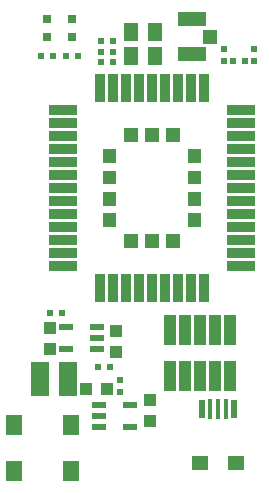
<source format=gbr>
G04 #@! TF.GenerationSoftware,KiCad,Pcbnew,5.99.0-unknown-846397c~100~ubuntu18.04.1*
G04 #@! TF.CreationDate,2019-10-21T11:33:44+03:00*
G04 #@! TF.ProjectId,NB-IoT-DevKit_Rev_C,4e422d49-6f54-42d4-9465-764b69745f52,C*
G04 #@! TF.SameCoordinates,Original*
G04 #@! TF.FileFunction,Paste,Top*
G04 #@! TF.FilePolarity,Positive*
%FSLAX46Y46*%
G04 Gerber Fmt 4.6, Leading zero omitted, Abs format (unit mm)*
G04 Created by KiCad (PCBNEW 5.99.0-unknown-846397c~100~ubuntu18.04.1) date 2019-10-21 11:33:44*
%MOMM*%
%LPD*%
G04 APERTURE LIST*
%ADD10R,0.500000X1.650000*%
%ADD11R,0.396120X1.721120*%
%ADD12R,1.354000X1.254000*%
%ADD13R,1.327000X1.754000*%
%ADD14R,1.014000X2.654000*%
%ADD15R,1.202400X1.202400*%
%ADD16R,2.352400X1.202400*%
%ADD17R,1.600000X3.000000*%
%ADD18R,1.016000X1.016000*%
%ADD19R,0.550000X0.500000*%
%ADD20R,1.270000X1.524000*%
%ADD21R,0.500000X0.550000*%
%ADD22R,0.800000X0.800000*%
%ADD23R,1.200000X0.550000*%
G04 APERTURE END LIST*
D10*
X147710500Y-94894000D03*
D11*
X148448000Y-94894000D03*
X149098000Y-94894000D03*
X149748000Y-94894000D03*
D10*
X150485500Y-94894000D03*
D12*
X147598000Y-99444000D03*
X150598000Y-99444000D03*
D13*
X136629000Y-96266000D03*
X131849000Y-96266000D03*
G36*
X137176200Y-69173800D02*
G01*
X137176200Y-70026200D01*
X134773800Y-70026200D01*
X134773800Y-69173800D01*
X137176200Y-69173800D01*
G37*
G36*
X137176200Y-70273800D02*
G01*
X137176200Y-71126200D01*
X134773800Y-71126200D01*
X134773800Y-70273800D01*
X137176200Y-70273800D01*
G37*
G36*
X137176200Y-71373800D02*
G01*
X137176200Y-72226200D01*
X134773800Y-72226200D01*
X134773800Y-71373800D01*
X137176200Y-71373800D01*
G37*
G36*
X137176200Y-72473800D02*
G01*
X137176200Y-73326200D01*
X134773800Y-73326200D01*
X134773800Y-72473800D01*
X137176200Y-72473800D01*
G37*
G36*
X137176200Y-73573800D02*
G01*
X137176200Y-74426200D01*
X134773800Y-74426200D01*
X134773800Y-73573800D01*
X137176200Y-73573800D01*
G37*
G36*
X137176200Y-74673800D02*
G01*
X137176200Y-75526200D01*
X134773800Y-75526200D01*
X134773800Y-74673800D01*
X137176200Y-74673800D01*
G37*
G36*
X139536200Y-68926200D02*
G01*
X138683800Y-68926200D01*
X138683800Y-66523800D01*
X139536200Y-66523800D01*
X139536200Y-68926200D01*
G37*
G36*
X140636200Y-68926200D02*
G01*
X139783800Y-68926200D01*
X139783800Y-66523800D01*
X140636200Y-66523800D01*
X140636200Y-68926200D01*
G37*
G36*
X141736200Y-68926200D02*
G01*
X140883800Y-68926200D01*
X140883800Y-66523800D01*
X141736200Y-66523800D01*
X141736200Y-68926200D01*
G37*
G36*
X142836200Y-68926200D02*
G01*
X141983800Y-68926200D01*
X141983800Y-66523800D01*
X142836200Y-66523800D01*
X142836200Y-68926200D01*
G37*
G36*
X143936200Y-68926200D02*
G01*
X143083800Y-68926200D01*
X143083800Y-66523800D01*
X143936200Y-66523800D01*
X143936200Y-68926200D01*
G37*
G36*
X145036200Y-68926200D02*
G01*
X144183800Y-68926200D01*
X144183800Y-66523800D01*
X145036200Y-66523800D01*
X145036200Y-68926200D01*
G37*
G36*
X146136200Y-68926200D02*
G01*
X145283800Y-68926200D01*
X145283800Y-66523800D01*
X146136200Y-66523800D01*
X146136200Y-68926200D01*
G37*
G36*
X147236200Y-68926200D02*
G01*
X146383800Y-68926200D01*
X146383800Y-66523800D01*
X147236200Y-66523800D01*
X147236200Y-68926200D01*
G37*
G36*
X148336200Y-68926200D02*
G01*
X147483800Y-68926200D01*
X147483800Y-66523800D01*
X148336200Y-66523800D01*
X148336200Y-68926200D01*
G37*
G36*
X149843800Y-70026200D02*
G01*
X149843800Y-69173800D01*
X152246200Y-69173800D01*
X152246200Y-70026200D01*
X149843800Y-70026200D01*
G37*
G36*
X149843800Y-71126200D02*
G01*
X149843800Y-70273800D01*
X152246200Y-70273800D01*
X152246200Y-71126200D01*
X149843800Y-71126200D01*
G37*
G36*
X149843800Y-72226200D02*
G01*
X149843800Y-71373800D01*
X152246200Y-71373800D01*
X152246200Y-72226200D01*
X149843800Y-72226200D01*
G37*
G36*
X149843800Y-73326200D02*
G01*
X149843800Y-72473800D01*
X152246200Y-72473800D01*
X152246200Y-73326200D01*
X149843800Y-73326200D01*
G37*
G36*
X149843800Y-74426200D02*
G01*
X149843800Y-73573800D01*
X152246200Y-73573800D01*
X152246200Y-74426200D01*
X149843800Y-74426200D01*
G37*
G36*
X149843800Y-75526200D02*
G01*
X149843800Y-74673800D01*
X152246200Y-74673800D01*
X152246200Y-75526200D01*
X149843800Y-75526200D01*
G37*
G36*
X149843800Y-76626200D02*
G01*
X149843800Y-75773800D01*
X152246200Y-75773800D01*
X152246200Y-76626200D01*
X149843800Y-76626200D01*
G37*
G36*
X149843800Y-77726200D02*
G01*
X149843800Y-76873800D01*
X152246200Y-76873800D01*
X152246200Y-77726200D01*
X149843800Y-77726200D01*
G37*
G36*
X149843800Y-78826200D02*
G01*
X149843800Y-77973800D01*
X152246200Y-77973800D01*
X152246200Y-78826200D01*
X149843800Y-78826200D01*
G37*
G36*
X149843800Y-79926200D02*
G01*
X149843800Y-79073800D01*
X152246200Y-79073800D01*
X152246200Y-79926200D01*
X149843800Y-79926200D01*
G37*
G36*
X149843800Y-81026200D02*
G01*
X149843800Y-80173800D01*
X152246200Y-80173800D01*
X152246200Y-81026200D01*
X149843800Y-81026200D01*
G37*
G36*
X149843800Y-82126200D02*
G01*
X149843800Y-81273800D01*
X152246200Y-81273800D01*
X152246200Y-82126200D01*
X149843800Y-82126200D01*
G37*
G36*
X149843800Y-83226200D02*
G01*
X149843800Y-82373800D01*
X152246200Y-82373800D01*
X152246200Y-83226200D01*
X149843800Y-83226200D01*
G37*
G36*
X148336200Y-85876200D02*
G01*
X147483800Y-85876200D01*
X147483800Y-83473800D01*
X148336200Y-83473800D01*
X148336200Y-85876200D01*
G37*
G36*
X147236200Y-85876200D02*
G01*
X146383800Y-85876200D01*
X146383800Y-83473800D01*
X147236200Y-83473800D01*
X147236200Y-85876200D01*
G37*
G36*
X146136200Y-85876200D02*
G01*
X145283800Y-85876200D01*
X145283800Y-83473800D01*
X146136200Y-83473800D01*
X146136200Y-85876200D01*
G37*
G36*
X145036200Y-85876200D02*
G01*
X144183800Y-85876200D01*
X144183800Y-83473800D01*
X145036200Y-83473800D01*
X145036200Y-85876200D01*
G37*
G36*
X143936200Y-85876200D02*
G01*
X143083800Y-85876200D01*
X143083800Y-83473800D01*
X143936200Y-83473800D01*
X143936200Y-85876200D01*
G37*
G36*
X142836200Y-85876200D02*
G01*
X141983800Y-85876200D01*
X141983800Y-83473800D01*
X142836200Y-83473800D01*
X142836200Y-85876200D01*
G37*
G36*
X141736200Y-85876200D02*
G01*
X140883800Y-85876200D01*
X140883800Y-83473800D01*
X141736200Y-83473800D01*
X141736200Y-85876200D01*
G37*
G36*
X134773800Y-76626200D02*
G01*
X134773800Y-75773800D01*
X137176200Y-75773800D01*
X137176200Y-76626200D01*
X134773800Y-76626200D01*
G37*
G36*
X134773800Y-77726200D02*
G01*
X134773800Y-76873800D01*
X137176200Y-76873800D01*
X137176200Y-77726200D01*
X134773800Y-77726200D01*
G37*
G36*
X134773800Y-78826200D02*
G01*
X134773800Y-77973800D01*
X137176200Y-77973800D01*
X137176200Y-78826200D01*
X134773800Y-78826200D01*
G37*
G36*
X134773800Y-79926200D02*
G01*
X134773800Y-79073800D01*
X137176200Y-79073800D01*
X137176200Y-79926200D01*
X134773800Y-79926200D01*
G37*
G36*
X134773800Y-81026200D02*
G01*
X134773800Y-80173800D01*
X137176200Y-80173800D01*
X137176200Y-81026200D01*
X134773800Y-81026200D01*
G37*
G36*
X134773800Y-82126200D02*
G01*
X134773800Y-81273800D01*
X137176200Y-81273800D01*
X137176200Y-82126200D01*
X134773800Y-82126200D01*
G37*
G36*
X134773800Y-83226200D02*
G01*
X134773800Y-82373800D01*
X137176200Y-82373800D01*
X137176200Y-83226200D01*
X134773800Y-83226200D01*
G37*
G36*
X139536200Y-85876200D02*
G01*
X138683800Y-85876200D01*
X138683800Y-83473800D01*
X139536200Y-83473800D01*
X139536200Y-85876200D01*
G37*
G36*
X140636200Y-85876200D02*
G01*
X139783800Y-85876200D01*
X139783800Y-83473800D01*
X140636200Y-83473800D01*
X140636200Y-85876200D01*
G37*
G36*
X140486200Y-72923800D02*
G01*
X140486200Y-74076200D01*
X139333800Y-74076200D01*
X139333800Y-72923800D01*
X140486200Y-72923800D01*
G37*
G36*
X140486200Y-74723800D02*
G01*
X140486200Y-75876200D01*
X139333800Y-75876200D01*
X139333800Y-74723800D01*
X140486200Y-74723800D01*
G37*
G36*
X140486200Y-76523800D02*
G01*
X140486200Y-77676200D01*
X139333800Y-77676200D01*
X139333800Y-76523800D01*
X140486200Y-76523800D01*
G37*
G36*
X140486200Y-78323800D02*
G01*
X140486200Y-79476200D01*
X139333800Y-79476200D01*
X139333800Y-78323800D01*
X140486200Y-78323800D01*
G37*
G36*
X142286200Y-80123800D02*
G01*
X142286200Y-81276200D01*
X141133800Y-81276200D01*
X141133800Y-80123800D01*
X142286200Y-80123800D01*
G37*
G36*
X144086200Y-80123800D02*
G01*
X144086200Y-81276200D01*
X142933800Y-81276200D01*
X142933800Y-80123800D01*
X144086200Y-80123800D01*
G37*
G36*
X145886200Y-80123800D02*
G01*
X145886200Y-81276200D01*
X144733800Y-81276200D01*
X144733800Y-80123800D01*
X145886200Y-80123800D01*
G37*
G36*
X147686200Y-78323800D02*
G01*
X147686200Y-79476200D01*
X146533800Y-79476200D01*
X146533800Y-78323800D01*
X147686200Y-78323800D01*
G37*
G36*
X147686200Y-76523800D02*
G01*
X147686200Y-77676200D01*
X146533800Y-77676200D01*
X146533800Y-76523800D01*
X147686200Y-76523800D01*
G37*
G36*
X147686200Y-74723800D02*
G01*
X147686200Y-75876200D01*
X146533800Y-75876200D01*
X146533800Y-74723800D01*
X147686200Y-74723800D01*
G37*
G36*
X147686200Y-72923800D02*
G01*
X147686200Y-74076200D01*
X146533800Y-74076200D01*
X146533800Y-72923800D01*
X147686200Y-72923800D01*
G37*
G36*
X145886200Y-71123800D02*
G01*
X145886200Y-72276200D01*
X144733800Y-72276200D01*
X144733800Y-71123800D01*
X145886200Y-71123800D01*
G37*
G36*
X144086200Y-71123800D02*
G01*
X144086200Y-72276200D01*
X142933800Y-72276200D01*
X142933800Y-71123800D01*
X144086200Y-71123800D01*
G37*
G36*
X142286200Y-71123800D02*
G01*
X142286200Y-72276200D01*
X141133800Y-72276200D01*
X141133800Y-71123800D01*
X142286200Y-71123800D01*
G37*
D14*
X146304000Y-88219500D03*
X147574000Y-88219500D03*
X150114000Y-88219500D03*
X148844000Y-88219500D03*
X145034000Y-88219500D03*
X150114000Y-92120500D03*
X148844000Y-92120500D03*
X147574000Y-92120500D03*
X146304000Y-92120500D03*
X145034000Y-92120500D03*
D15*
X148439000Y-63373000D03*
D16*
X146939000Y-61873000D03*
X146939000Y-64873000D03*
D17*
X136391500Y-92329000D03*
X133991500Y-92329000D03*
D18*
X143383000Y-94107000D03*
X143383000Y-95885000D03*
X139700000Y-93218000D03*
X137922000Y-93218000D03*
D19*
X149606000Y-65405000D03*
X149606000Y-64389000D03*
X152146000Y-65405000D03*
X152146000Y-64389000D03*
D20*
X143763999Y-65024000D03*
X141731999Y-65024000D03*
X143764000Y-62992000D03*
X141732000Y-62992000D03*
D21*
X139192001Y-65532000D03*
X140208001Y-65532000D03*
X139192000Y-64643001D03*
X140208000Y-64643001D03*
X139192000Y-63754000D03*
X140208000Y-63754000D03*
D18*
X140462000Y-88265000D03*
X140462000Y-90043000D03*
X134874000Y-88011000D03*
X134874000Y-89789000D03*
D22*
X134620000Y-63373000D03*
X134620000Y-61849000D03*
D21*
X150368000Y-65405000D03*
X151384000Y-65405000D03*
D22*
X136779000Y-63373000D03*
X136779000Y-61849000D03*
D13*
X136629000Y-100139500D03*
X131849000Y-100139500D03*
D21*
X135128000Y-65024000D03*
X134112000Y-65024000D03*
X138938000Y-91376500D03*
X139954000Y-91376500D03*
D19*
X140843000Y-93472000D03*
X140843000Y-92456000D03*
D21*
X137287000Y-65024000D03*
X136271000Y-65024000D03*
X134874000Y-86741000D03*
X135890000Y-86741000D03*
D23*
X139035000Y-94554000D03*
X139035000Y-95504000D03*
X139035000Y-96454000D03*
X141635000Y-94554000D03*
X141635000Y-96454000D03*
X138841000Y-89850000D03*
X138841000Y-88900000D03*
X138841000Y-87950000D03*
X136241000Y-89850000D03*
X136241000Y-87950000D03*
M02*

</source>
